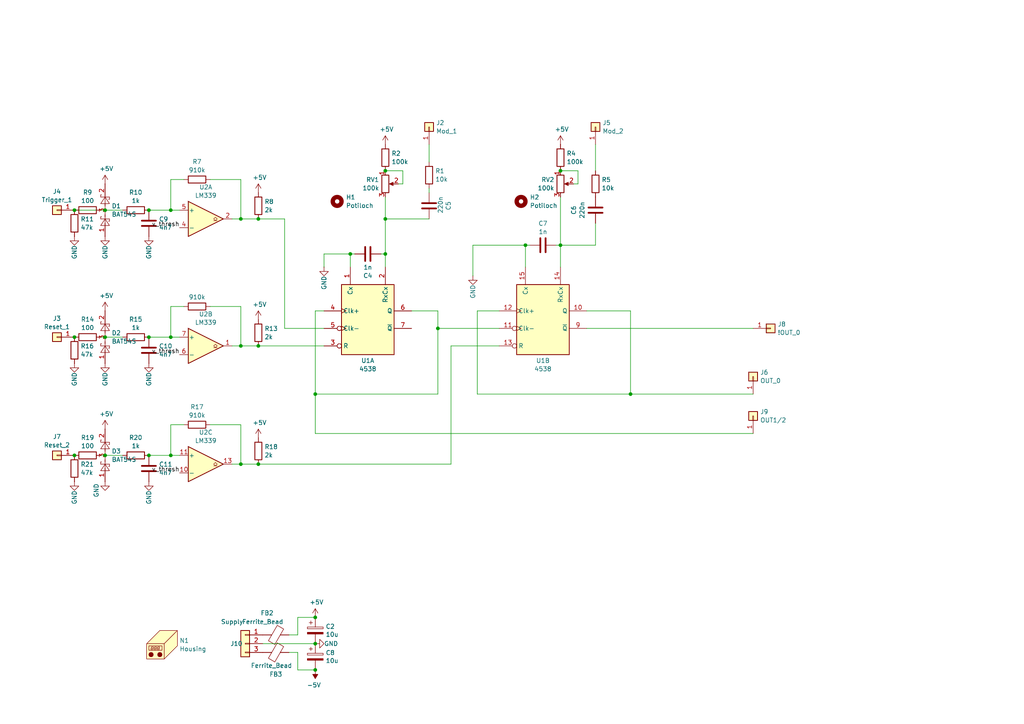
<source format=kicad_sch>
(kicad_sch (version 20231120) (generator "eeschema") (generator_version "8.0")
  (paper "A4")
  (lib_symbols
    (symbol "4xxx:4538"
      (property "Reference" "U" (at 0 11.43 0))
      (property "Value" "4538" (at 0 -11.43 0))
      (symbol "4538_1_0"
        (pin input line (at -5.08 15.24 270) (length 5.08) (name "Cx") (number "1"))
        (pin input line (at 5.08 15.24 270) (length 5.08) (name "RxCx") (number "2"))
        (pin input inverted (at -12.7 -7.62 0) (length 5.08) (name "R") (number "3"))
        (pin input clock (at -12.7 2.54 0) (length 5.08) (name "Clk+") (number "4"))
        (pin input inverted_clock (at -12.7 -2.54 0) (length 5.08) (name "Clk-") (number "5"))
        (pin output line (at 12.7 2.54 180) (length 5.08) (name "Q") (number "6"))
        (pin output line (at 12.7 -2.54 180) (length 5.08) (name "~{Q}") (number "7"))
      )
      (symbol "4538_1_1"
        (rectangle (start -7.62 10.16) (end 7.62 -10.16) (stroke (width 0.254)) (fill (type background)))
      )
      (symbol "4538_2_0"
        (pin output line (at 12.7 2.54 180) (length 5.08) (name "Q") (number "10"))
        (pin input inverted_clock (at -12.7 -2.54 0) (length 5.08) (name "Clk-") (number "11"))
        (pin input clock (at -12.7 2.54 0) (length 5.08) (name "Clk+") (number "12"))
        (pin input inverted (at -12.7 -7.62 0) (length 5.08) (name "R") (number "13"))
        (pin input line (at 5.08 15.24 270) (length 5.08) (name "RxCx") (number "14"))
        (pin input line (at -5.08 15.24 270) (length 5.08) (name "Cx") (number "15"))
        (pin output line (at 12.7 -2.54 180) (length 5.08) (name "~{Q}") (number "9"))
      )
      (symbol "4538_2_1"
        (rectangle (start -7.62 10.16) (end 7.62 -10.16) (stroke (width 0.254)) (fill (type background)))
      )
      (symbol "4538_3_0"
        (pin power_in line (at 0 15.24 270) (length 5.08) (name "VDD") (number "16"))
        (pin power_in line (at 0 -15.24 90) (length 5.08) (name "VSS") (number "8"))
      )
      (symbol "4538_3_1"
        (rectangle (start -7.62 10.16) (end 7.62 -10.16) (stroke (width 0.254)) (fill (type background)))
      )
    )
    (symbol "Comparator:LM339" (pin_names (offset 0.127))
      (property "Reference" "U" (at 0 5.08 0))
      (property "Value" "LM339" (at 0 -5.08 0))
      (symbol "LM339_1_1"
        (polyline (pts (xy -5.08 5.08) (xy 5.08 0) (xy -5.08 -5.08) (xy -5.08 5.08)) (stroke (width 0.254)) (fill (type background)))
        (polyline (pts (xy 3.302 -0.508) (xy 2.794 -0.508) (xy 3.302 0) (xy 2.794 0.508) (xy 2.286 0) (xy 2.794 -0.508) (xy 2.286 -0.508)) (stroke (width 0.127)))
        (pin open_collector line (at 7.62 0 180) (length 2.54) (name "~") (number "2"))
        (pin input line (at -7.62 -2.54 0) (length 2.54) (name "-") (number "4"))
        (pin input line (at -7.62 2.54 0) (length 2.54) (name "+") (number "5"))
      )
      (symbol "LM339_2_1"
        (polyline (pts (xy -5.08 5.08) (xy 5.08 0) (xy -5.08 -5.08) (xy -5.08 5.08)) (stroke (width 0.254)) (fill (type background)))
        (polyline (pts (xy 3.302 -0.508) (xy 2.794 -0.508) (xy 3.302 0) (xy 2.794 0.508) (xy 2.286 0) (xy 2.794 -0.508) (xy 2.286 -0.508)) (stroke (width 0.127)))
        (pin open_collector line (at 7.62 0 180) (length 2.54) (name "~") (number "1"))
        (pin input line (at -7.62 -2.54 0) (length 2.54) (name "-") (number "6"))
        (pin input line (at -7.62 2.54 0) (length 2.54) (name "+") (number "7"))
      )
      (symbol "LM339_3_1"
        (polyline (pts (xy -5.08 5.08) (xy 5.08 0) (xy -5.08 -5.08) (xy -5.08 5.08)) (stroke (width 0.254)) (fill (type background)))
        (polyline (pts (xy 3.302 -0.508) (xy 2.794 -0.508) (xy 3.302 0) (xy 2.794 0.508) (xy 2.286 0) (xy 2.794 -0.508) (xy 2.286 -0.508)) (stroke (width 0.127)))
        (pin input line (at -7.62 -2.54 0) (length 2.54) (name "-") (number "10"))
        (pin input line (at -7.62 2.54 0) (length 2.54) (name "+") (number "11"))
        (pin open_collector line (at 7.62 0 180) (length 2.54) (name "~") (number "13"))
      )
      (symbol "LM339_4_1"
        (polyline (pts (xy -5.08 5.08) (xy 5.08 0) (xy -5.08 -5.08) (xy -5.08 5.08)) (stroke (width 0.254)) (fill (type background)))
        (polyline (pts (xy 3.302 -0.508) (xy 2.794 -0.508) (xy 3.302 0) (xy 2.794 0.508) (xy 2.286 0) (xy 2.794 -0.508) (xy 2.286 -0.508)) (stroke (width 0.127)))
        (pin open_collector line (at 7.62 0 180) (length 2.54) (name "~") (number "14"))
        (pin input line (at -7.62 -2.54 0) (length 2.54) (name "-") (number "8"))
        (pin input line (at -7.62 2.54 0) (length 2.54) (name "+") (number "9"))
      )
      (symbol "LM339_5_1"
        (pin power_in line (at -2.54 -7.62 90) (length 3.81) (name "V-") (number "12"))
        (pin power_in line (at -2.54 7.62 270) (length 3.81) (name "V+") (number "3"))
      )
    )
    (symbol "Connector:Conn_01x01_Pin" (pin_names (offset 1.016) hide)
      (property "Reference" "J" (at 0 2.54 0))
      (property "Value" "Conn_01x01_Pin" (at 0 -2.54 0))
      (symbol "Conn_01x01_Pin_1_1"
        (polyline (pts (xy 1.27 0) (xy 0.8636 0)) (stroke (width 0.1524)))
        (rectangle (start 0.8636 0.127) (end 0 -0.127) (stroke (width 0.1524)) (fill (type outline)))
        (pin passive line (at 5.08 0 180) (length 3.81) (name "Pin_1") (number "1"))
      )
    )
    (symbol "Connector_Generic:Conn_01x03" (pin_names (offset 1.016) hide)
      (property "Reference" "J" (at 0 5.08 0))
      (property "Value" "Conn_01x03" (at 0 -5.08 0))
      (symbol "Conn_01x03_1_1"
        (rectangle (start -1.27 -2.413) (end 0 -2.667) (stroke (width 0.1524)))
        (rectangle (start -1.27 0.127) (end 0 -0.127) (stroke (width 0.1524)))
        (rectangle (start -1.27 2.667) (end 0 2.413) (stroke (width 0.1524)))
        (rectangle (start -1.27 3.81) (end 1.27 -3.81) (stroke (width 0.254)) (fill (type background)))
        (pin passive line (at -5.08 2.54 0) (length 3.81) (name "Pin_1") (number "1"))
        (pin passive line (at -5.08 0 0) (length 3.81) (name "Pin_2") (number "2"))
        (pin passive line (at -5.08 -2.54 0) (length 3.81) (name "Pin_3") (number "3"))
      )
    )
    (symbol "Device:C" (pin_numbers hide) (pin_names (offset 0.254))
      (property "Reference" "C" (at 0.635 2.54 0))
      (property "Value" "C" (at 0.635 -2.54 0))
      (symbol "C_0_1"
        (polyline (pts (xy -2.032 -0.762) (xy 2.032 -0.762)) (stroke (width 0.508)))
        (polyline (pts (xy -2.032 0.762) (xy 2.032 0.762)) (stroke (width 0.508)))
      )
      (symbol "C_1_1"
        (pin passive line (at 0 3.81 270) (length 2.794) (name "~") (number "1"))
        (pin passive line (at 0 -3.81 90) (length 2.794) (name "~") (number "2"))
      )
    )
    (symbol "Device:CP" (pin_numbers hide) (pin_names (offset 0.254))
      (property "Reference" "C" (at 0.635 2.54 0))
      (property "Value" "Device_CP" (at 0.635 -2.54 0))
      (symbol "CP_0_1"
        (rectangle (start -2.286 0.508) (end 2.286 1.016))
        (polyline (pts (xy -1.778 2.286) (xy -0.762 2.286)))
        (polyline (pts (xy -1.27 2.794) (xy -1.27 1.778)))
        (rectangle (start 2.286 -0.508) (end -2.286 -1.016) (fill (type outline)))
      )
      (symbol "CP_1_1"
        (pin passive line (at 0 3.81 270) (length 2.794) (name "~") (number "1"))
        (pin passive line (at 0 -3.81 90) (length 2.794) (name "~") (number "2"))
      )
    )
    (symbol "Device:Ferrite_Bead" (pin_numbers hide) (pin_names (offset 0))
      (property "Reference" "FB" (at -3.81 0.635 90))
      (property "Value" "Device_Ferrite_Bead" (at 3.81 0 90))
      (symbol "Ferrite_Bead_0_1"
        (polyline (pts (xy 0 -1.27) (xy 0 -1.2192)))
        (polyline (pts (xy 0 1.27) (xy 0 1.2954)))
        (polyline (pts (xy -2.7686 0.4064) (xy -1.7018 2.2606) (xy 2.7686 -0.3048) (xy 1.6764 -2.159) (xy -2.7686 0.4064)))
      )
      (symbol "Ferrite_Bead_1_1"
        (pin passive line (at 0 3.81 270) (length 2.54) (name "~") (number "1"))
        (pin passive line (at 0 -3.81 90) (length 2.54) (name "~") (number "2"))
      )
    )
    (symbol "Device:R" (pin_numbers hide) (pin_names (offset 0))
      (property "Reference" "R" (at 2.032 0 90))
      (property "Value" "R" (at 0 0 90))
      (symbol "R_0_1"
        (rectangle (start -1.016 -2.54) (end 1.016 2.54) (stroke (width 0.254)))
      )
      (symbol "R_1_1"
        (pin passive line (at 0 3.81 270) (length 1.27) (name "~") (number "1"))
        (pin passive line (at 0 -3.81 90) (length 1.27) (name "~") (number "2"))
      )
    )
    (symbol "Device:R_Potentiometer" (pin_names (offset 1.016) hide)
      (property "Reference" "RV" (at -4.445 0 90))
      (property "Value" "R_Potentiometer" (at -2.54 0 90))
      (symbol "R_Potentiometer_0_1"
        (polyline (pts (xy 2.54 0) (xy 1.524 0)))
        (polyline (pts (xy 1.143 0) (xy 2.286 0.508) (xy 2.286 -0.508) (xy 1.143 0)) (fill (type outline)))
        (rectangle (start 1.016 2.54) (end -1.016 -2.54) (stroke (width 0.254)))
      )
      (symbol "R_Potentiometer_1_1"
        (pin passive line (at 0 3.81 270) (length 1.27) (name "1") (number "1"))
        (pin passive line (at 3.81 0 180) (length 1.27) (name "2") (number "2"))
        (pin passive line (at 0 -3.81 90) (length 1.27) (name "3") (number "3"))
      )
    )
    (symbol "Mechanical:Housing" (pin_names (offset 1.016)) (exclude_from_sim yes)
      (property "Reference" "N" (at 3.81 0 0))
      (property "Value" "Housing" (at 3.81 -1.905 0))
      (symbol "Housing_0_1"
        (rectangle (start -5.08 -0.635) (end -1.27 -1.905))
        (circle (center -4.445 -3.175) (radius 0.635) (fill (type outline)))
        (circle (center -1.905 -3.175) (radius 0.635) (fill (type outline)))
        (polyline (pts (xy -4.5212 -1.5748) (xy -4.4704 -1.3716)))
        (polyline (pts (xy -4.4196 -1.6764) (xy -4.064 -1.6764)))
        (polyline (pts (xy -4.4196 -1.2192) (xy -4.3688 -0.9652)))
        (polyline (pts (xy -4.318 -1.3208) (xy -4.0132 -1.3208)))
        (polyline (pts (xy -4.2164 -0.9144) (xy -3.9116 -0.9144)))
        (polyline (pts (xy -3.9116 -1.6256) (xy -3.8608 -1.3716)))
        (polyline (pts (xy -3.81 -1.2192) (xy -3.7592 -0.9652)))
        (polyline (pts (xy -3.6068 -1.5748) (xy -3.556 -1.3716)))
        (polyline (pts (xy -3.5052 -1.6764) (xy -3.1496 -1.6764)))
        (polyline (pts (xy -3.5052 -1.2192) (xy -3.4544 -0.9652)))
        (polyline (pts (xy -3.4036 -1.3208) (xy -3.0988 -1.3208)))
        (polyline (pts (xy -3.302 -0.9144) (xy -2.9972 -0.9144)))
        (polyline (pts (xy -2.9972 -1.6256) (xy -2.9464 -1.3716)))
        (polyline (pts (xy -2.8956 -1.2192) (xy -2.8448 -0.9652)))
        (polyline (pts (xy -2.6924 -1.5748) (xy -2.6416 -1.3716)))
        (polyline (pts (xy -2.5908 -1.6764) (xy -2.2352 -1.6764)))
        (polyline (pts (xy -2.5908 -1.2192) (xy -2.54 -0.9652)))
        (polyline (pts (xy -2.4892 -1.3208) (xy -2.1844 -1.3208)))
        (polyline (pts (xy -2.3876 -0.9144) (xy -2.0828 -0.9144)))
        (polyline (pts (xy -2.0828 -1.6256) (xy -2.032 -1.3716)))
        (polyline (pts (xy -1.9812 -1.2192) (xy -1.9304 -0.9652)))
        (polyline (pts (xy -0.635 0) (xy -0.635 -4.445)))
        (polyline (pts (xy -5.715 0) (xy -0.635 0) (xy 3.175 3.81)))
        (polyline (pts (xy -5.715 0) (xy -5.715 -4.445) (xy -0.635 -4.445) (xy 3.175 -0.635) (xy 3.175 3.81) (xy -1.905 3.81) (xy -5.715 0)) (fill (type background)))
      )
    )
    (symbol "Mechanical:MountingHole" (pin_names (offset 1.016)) (exclude_from_sim yes) (in_bom no)
      (property "Reference" "H" (at 0 5.08 0))
      (property "Value" "MountingHole" (at 0 3.175 0))
      (symbol "MountingHole_0_1"
        (circle (center 0 0) (radius 1.27) (stroke (width 1.27)))
      )
    )
    (symbol "power:+5V" (power) (pin_numbers hide) (pin_names (offset 0) hide)
      (property "Value" "+5V" (at 0 3.556 0))
      (symbol "+5V_0_1"
        (polyline (pts (xy -0.762 1.27) (xy 0 2.54)))
        (polyline (pts (xy 0 0) (xy 0 2.54)))
        (polyline (pts (xy 0 2.54) (xy 0.762 1.27)))
      )
      (symbol "+5V_1_1"
        (pin power_in line (at 0 0 90) (length 0) (name "~") (number "1"))
      )
    )
    (symbol "power:-5V" (power) (pin_numbers hide) (pin_names (offset 0) hide)
      (property "Value" "-5V" (at 0 3.556 0))
      (symbol "-5V_0_0"
        (pin power_in line (at 0 0 90) (length 0) (name "~") (number "1"))
      )
      (symbol "-5V_0_1"
        (polyline (pts (xy 0 0) (xy 0 1.27) (xy 0.762 1.27) (xy 0 2.54) (xy -0.762 1.27) (xy 0 1.27)) (fill (type outline)))
      )
    )
    (symbol "power:GND" (power) (pin_numbers hide) (pin_names (offset 0) hide)
      (property "Value" "GND" (at 0 -3.81 0))
      (symbol "GND_0_1"
        (polyline (pts (xy 0 0) (xy 0 -1.27) (xy 1.27 -1.27) (xy 0 -2.54) (xy -1.27 -1.27) (xy 0 -1.27)))
      )
      (symbol "GND_1_1"
        (pin power_in line (at 0 0 270) (length 0) (name "~") (number "1"))
      )
    )
    (symbol "synkie_symbols:BAT54S" (pin_names (offset 1.016))
      (property "Reference" "D" (at 0.635 -3.81 0))
      (property "Value" "BAT54S" (at -6.35 3.175 0))
      (symbol "BAT54S_0_1"
        (polyline (pts (xy -3.81 0) (xy -1.27 0)))
        (polyline (pts (xy -3.175 -1.27) (xy -3.175 -1.016)))
        (polyline (pts (xy -2.54 -1.27) (xy -3.175 -1.27)))
        (polyline (pts (xy -2.54 -1.27) (xy -2.54 1.27)))
        (polyline (pts (xy -2.54 1.27) (xy -1.905 1.27)))
        (polyline (pts (xy -1.905 0) (xy 1.905 0)))
        (polyline (pts (xy -1.905 1.27) (xy -1.905 1.016)))
        (polyline (pts (xy 1.27 0) (xy 3.81 0)))
        (polyline (pts (xy 3.175 -1.27) (xy 3.175 -1.016)))
        (polyline (pts (xy 3.81 -1.27) (xy 3.175 -1.27)))
        (polyline (pts (xy 3.81 -1.27) (xy 3.81 1.27)))
        (polyline (pts (xy 3.81 1.27) (xy 4.445 1.27)))
        (polyline (pts (xy 4.445 1.27) (xy 4.445 1.016)))
        (polyline (pts (xy -4.445 1.27) (xy -4.445 -1.27) (xy -2.54 0) (xy -4.445 1.27)))
        (polyline (pts (xy 1.905 1.27) (xy 1.905 -1.27) (xy 3.81 0) (xy 1.905 1.27)))
      )
      (symbol "BAT54S_1_1"
        (pin passive line (at -7.62 0 0) (length 3.81) (name "~") (number "1"))
        (pin passive line (at 7.62 0 180) (length 3.81) (name "~") (number "2"))
        (pin passive line (at 0 0 0) (length 0) (name "~") (number "3"))
      )
    )
    (symbol "synkie_symbols:Conn_01x01" (pin_names (offset 1.016) hide)
      (property "Reference" "J" (at 0 2.54 0))
      (property "Value" "Conn_01x01" (at 0 -2.54 0))
      (symbol "Conn_01x01_1_1"
        (rectangle (start -1.27 0.127) (end 0 -0.127) (stroke (width 0.1524)))
        (rectangle (start -1.27 1.27) (end 1.27 -1.27) (stroke (width 0.254)) (fill (type background)))
        (pin passive line (at -5.08 0 0) (length 3.81) (name "Pin_1") (number "1"))
      )
    )
  )
  (junction (at -53.34 135.89))
  (junction (at 43.18 132.08))
  (junction (at 21.59 97.79))
  (junction (at 43.18 60.96))
  (junction (at 30.48 132.08))
  (junction (at 49.53 132.08))
  (junction (at 91.44 194.31))
  (junction (at 182.88 114.3))
  (junction (at 30.48 60.96))
  (junction (at 127 95.25))
  (junction (at 49.53 97.79))
  (junction (at 69.85 63.5))
  (junction (at 21.59 60.96))
  (junction (at 74.93 100.33))
  (junction (at 91.44 186.69))
  (junction (at -40.64 135.89))
  (junction (at 111.76 49.53))
  (junction (at -13.97 138.43))
  (junction (at 162.56 49.53))
  (junction (at 74.93 134.62))
  (junction (at 91.44 114.3))
  (junction (at 91.44 179.07))
  (junction (at -62.23 135.89))
  (junction (at 43.18 97.79))
  (junction (at -102.87 118.11))
  (junction (at 69.85 100.33))
  (junction (at 111.76 73.66))
  (junction (at -34.29 135.89))
  (junction (at 30.48 97.79))
  (junction (at 74.93 63.5))
  (junction (at 69.85 134.62))
  (junction (at 152.4 71.12))
  (junction (at 101.6 73.66))
  (junction (at 111.76 63.5))
  (junction (at 21.59 132.08))
  (junction (at 162.56 71.12))
  (junction (at 49.53 60.96))
  (wire (pts (xy 116.84 49.53) (xy 116.84 53.34)))
  (wire (pts (xy -13.97 127) (xy -13.97 138.43)))
  (wire (pts (xy 152.4 71.12) (xy 152.4 77.47)))
  (wire (pts (xy 93.98 90.17) (xy 91.44 90.17)))
  (wire (pts (xy 53.34 123.19) (xy 49.53 123.19)))
  (wire (pts (xy -13.97 138.43) (xy -8.89 138.43)))
  (wire (pts (xy 49.53 60.96) (xy 52.07 60.96)))
  (wire (pts (xy 86.36 179.07) (xy 91.44 179.07)))
  (wire (pts (xy 60.96 123.19) (xy 69.85 123.19)))
  (wire (pts (xy 167.64 49.53) (xy 167.64 53.34)))
  (wire (pts (xy 124.46 55.88) (xy 124.46 54.61)))
  (wire (pts (xy 162.56 57.15) (xy 162.56 71.12)))
  (wire (pts (xy 182.88 114.3) (xy 182.88 90.17)))
  (wire (pts (xy 21.59 60.96) (xy 27.94 60.96)))
  (wire (pts (xy 53.34 52.07) (xy 49.53 52.07)))
  (wire (pts (xy 93.98 73.66) (xy 101.6 73.66)))
  (wire (pts (xy 29.21 132.08) (xy 30.48 132.08)))
  (wire (pts (xy 76.2 186.69) (xy 91.44 186.69)))
  (wire (pts (xy -102.87 113.03) (xy -102.87 118.11)))
  (wire (pts (xy 153.67 71.12) (xy 152.4 71.12)))
  (wire (pts (xy 69.85 100.33) (xy 74.93 100.33)))
  (wire (pts (xy 83.82 184.15) (xy 86.36 184.15)))
  (wire (pts (xy 130.81 100.33) (xy 130.81 134.62)))
  (wire (pts (xy -16.51 138.43) (xy -13.97 138.43)))
  (wire (pts (xy 74.93 100.33) (xy 93.98 100.33)))
  (wire (pts (xy 60.96 52.07) (xy 69.85 52.07)))
  (wire (pts (xy 60.96 88.9) (xy 69.85 88.9)))
  (wire (pts (xy 69.85 123.19) (xy 69.85 134.62)))
  (wire (pts (xy 43.18 97.79) (xy 49.53 97.79)))
  (wire (pts (xy 29.21 60.96) (xy 30.48 60.96)))
  (wire (pts (xy 86.36 194.31) (xy 91.44 194.31)))
  (wire (pts (xy 162.56 71.12) (xy 172.72 71.12)))
  (wire (pts (xy 86.36 184.15) (xy 86.36 179.07)))
  (wire (pts (xy 130.81 134.62) (xy 74.93 134.62)))
  (wire (pts (xy 49.53 123.19) (xy 49.53 132.08)))
  (wire (pts (xy 86.36 189.23) (xy 86.36 194.31)))
  (wire (pts (xy 127 95.25) (xy 127 90.17)))
  (wire (pts (xy 74.93 63.5) (xy 82.55 63.5)))
  (wire (pts (xy 101.6 73.66) (xy 101.6 77.47)))
  (wire (pts (xy 53.34 88.9) (xy 49.53 88.9)))
  (wire (pts (xy 111.76 57.15) (xy 111.76 63.5)))
  (wire (pts (xy -62.23 143.51) (xy -62.23 146.05)))
  (wire (pts (xy 144.78 90.17) (xy 138.43 90.17)))
  (wire (pts (xy 111.76 63.5) (xy 111.76 73.66)))
  (wire (pts (xy 172.72 64.77) (xy 172.72 71.12)))
  (wire (pts (xy 91.44 114.3) (xy 127 114.3)))
  (wire (pts (xy 91.44 114.3) (xy 91.44 125.73)))
  (wire (pts (xy 69.85 52.07) (xy 69.85 63.5)))
  (wire (pts (xy 93.98 73.66) (xy 93.98 77.47)))
  (wire (pts (xy 124.46 41.91) (xy 124.46 46.99)))
  (wire (pts (xy 69.85 134.62) (xy 74.93 134.62)))
  (wire (pts (xy 82.55 95.25) (xy 93.98 95.25)))
  (wire (pts (xy 111.76 49.53) (xy 116.84 49.53)))
  (wire (pts (xy 49.53 52.07) (xy 49.53 60.96)))
  (wire (pts (xy 137.16 71.12) (xy 152.4 71.12)))
  (wire (pts (xy -34.29 135.89) (xy -31.75 135.89)))
  (wire (pts (xy 144.78 95.25) (xy 127 95.25)))
  (wire (pts (xy 29.21 97.79) (xy 30.48 97.79)))
  (wire (pts (xy 30.48 97.79) (xy 35.56 97.79)))
  (wire (pts (xy 83.82 189.23) (xy 86.36 189.23)))
  (wire (pts (xy 162.56 71.12) (xy 161.29 71.12)))
  (wire (pts (xy 127 95.25) (xy 127 114.3)))
  (wire (pts (xy 69.85 63.5) (xy 74.93 63.5)))
  (wire (pts (xy 69.85 88.9) (xy 69.85 100.33)))
  (wire (pts (xy 30.48 60.96) (xy 35.56 60.96)))
  (wire (pts (xy 138.43 90.17) (xy 138.43 114.3)))
  (wire (pts (xy 116.84 53.34) (xy 115.57 53.34)))
  (wire (pts (xy 137.16 80.01) (xy 137.16 71.12)))
  (wire (pts (xy 170.18 95.25) (xy 218.44 95.25)))
  (wire (pts (xy 170.18 90.17) (xy 182.88 90.17)))
  (wire (pts (xy -54.61 135.89) (xy -53.34 135.89)))
  (wire (pts (xy 144.78 100.33) (xy 130.81 100.33)))
  (wire (pts (xy 119.38 90.17) (xy 127 90.17)))
  (wire (pts (xy 43.18 132.08) (xy 49.53 132.08)))
  (wire (pts (xy -30.48 127) (xy -34.29 127)))
  (wire (pts (xy 172.72 41.91) (xy 172.72 49.53)))
  (wire (pts (xy 30.48 132.08) (xy 35.56 132.08)))
  (wire (pts (xy -22.86 127) (xy -13.97 127)))
  (wire (pts (xy 91.44 90.17) (xy 91.44 114.3)))
  (wire (pts (xy 182.88 114.3) (xy 218.44 114.3)))
  (wire (pts (xy 138.43 114.3) (xy 182.88 114.3)))
  (wire (pts (xy 43.18 60.96) (xy 49.53 60.96)))
  (wire (pts (xy 49.53 97.79) (xy 52.07 97.79)))
  (wire (pts (xy 67.31 100.33) (xy 69.85 100.33)))
  (wire (pts (xy -53.34 135.89) (xy -48.26 135.89)))
  (wire (pts (xy 49.53 132.08) (xy 52.07 132.08)))
  (wire (pts (xy 82.55 63.5) (xy 82.55 95.25)))
  (wire (pts (xy 111.76 73.66) (xy 111.76 77.47)))
  (wire (pts (xy -34.29 127) (xy -34.29 135.89)))
  (wire (pts (xy -40.64 135.89) (xy -34.29 135.89)))
  (wire (pts (xy 111.76 63.5) (xy 124.46 63.5)))
  (wire (pts (xy 162.56 49.53) (xy 167.64 49.53)))
  (wire (pts (xy 67.31 63.5) (xy 69.85 63.5)))
  (wire (pts (xy 91.44 125.73) (xy 218.44 125.73)))
  (wire (pts (xy 49.53 88.9) (xy 49.53 97.79)))
  (wire (pts (xy 162.56 71.12) (xy 162.56 77.47)))
  (wire (pts (xy 167.64 53.34) (xy 166.37 53.34)))
  (wire (pts (xy 101.6 73.66) (xy 102.87 73.66)))
  (wire (pts (xy 67.31 134.62) (xy 69.85 134.62)))
  (wire (pts (xy 110.49 73.66) (xy 111.76 73.66)))
  (label "v_thresh" (at -31.75 140.97 180))
  (label "v_thresh" (at 52.07 66.04 180))
  (label "v_thresh" (at -48.26 189.23 0))
  (label "v_thresh" (at 52.07 137.16 180))
  (label "v_thresh" (at 52.07 102.87 180))
  (label "v_thresh" (at -50.8 168.91 0))
  (symbol (lib_id "Device:R") (at 39.37 132.08 90) (unit 1)
    (property "Reference" "R20" (at 39.37 126.9195 90))
    (property "Value" "1k" (at 39.37 129.3438 90))
    (property "Footprint" "synkie_footprints:R_0805_2012Metric_Pad1.15x1.40mm_HandSolder" (effects (hide yes)))
    (property "Description" "Resistor" (effects (hide yes)))
  )
  (symbol (lib_id "Device:R") (at 21.59 135.89 0) (unit 1)
    (property "Reference" "R21" (at 23.368 134.6778 0) (effects (justify left)))
    (property "Value" "47k" (at 23.368 137.1021 0) (effects (justify left)))
    (property "Footprint" "synkie_footprints:R_0805_2012Metric_Pad1.15x1.40mm_HandSolder" (effects (hide yes)))
    (property "Description" "Resistor" (effects (hide yes)))
  )
  (symbol (lib_id "synkie_symbols:Conn_01x01") (at 16.51 97.79 180) (unit 1)
    (property "Reference" "J3" (at 16.51 92.3755 0))
    (property "Value" "Reset_1" (at 16.51 94.7998 0))
    (property "Footprint" "synkie_footprints:Solderpad-SYNKIEPAD-2mm" (effects (hide yes)))
    (property "Description" "Generic connector, single row, 01x01, script generated (kicad-library-utils/schlib/autogen/connector/)" (effects (hide yes)))
  )
  (symbol (lib_id "4xxx:4538") (at -102.87 133.35 0) (unit 3)
    (property "Reference" "U1" (at -94.488 132.1378 0) (effects (justify left)))
    (property "Value" "4538" (at -94.488 134.5621 0) (effects (justify left)))
    (property "Footprint" "synkie_footprints:SOIC-16_3.9x9.9mm_P1.27mm" (effects (hide yes)))
    (property "Datasheet" "https://assets.nexperia.com/documents/data-sheet/HEF4538B.pdf" (effects (hide yes)))
    (property "Description" "Monostable" (effects (hide yes)))
  )
  (symbol (lib_id "power:+5V") (at -52.07 177.8 0) (unit 1)
    (property "Reference" "#PWR038" (effects (hide yes)))
    (property "Value" "+5V" (at -51.689 173.4058 0))
  )
  (symbol (lib_id "synkie_symbols:BAT54S") (at 30.48 97.79 90) (unit 1)
    (property "Reference" "D2" (at 32.385 96.5778 90) (effects (justify right)))
    (property "Value" "BAT54S" (at 32.385 99.0021 90) (effects (justify right)))
    (property "Footprint" "Package_TO_SOT_SMD:SOT-23" (effects (hide yes)))
    (property "Datasheet" "https://www.diodes.com/assets/Datasheets/ds11005.pdf" (effects (hide yes)))
    (property "Description" "schottky barrier diode" (effects (hide yes)))
  )
  (symbol (lib_id "Comparator:LM339") (at 59.69 134.62 0) (unit 3)
    (property "Reference" "U2" (at 59.69 125.3955 0))
    (property "Value" "LM339" (at 59.69 127.8198 0))
    (property "Footprint" "synkie_footprints:SOIC-14_3.9x8.7mm_P1.27mm" (effects (hide yes)))
    (property "Datasheet" "https://www.st.com/resource/en/datasheet/lm139.pdf" (effects (hide yes)))
    (property "Description" "Quad Differential Comparators, SOIC-14/TSSOP-14" (effects (hide yes)))
  )
  (symbol (lib_id "power:GND") (at 30.48 68.58 0) (unit 1)
    (property "Reference" "#PWR018" (effects (hide yes)))
    (property "Value" "GND" (at 30.48 71.12 90) (effects (justify right)))
  )
  (symbol (lib_id "Device:R") (at 21.59 101.6 0) (unit 1)
    (property "Reference" "R16" (at 23.368 100.3878 0) (effects (justify left)))
    (property "Value" "47k" (at 23.368 102.8121 0) (effects (justify left)))
    (property "Footprint" "synkie_footprints:R_0805_2012Metric_Pad1.15x1.40mm_HandSolder" (effects (hide yes)))
    (property "Description" "Resistor" (effects (hide yes)))
  )
  (symbol (lib_id "power:+5V") (at 111.76 41.91 0) (unit 1)
    (property "Reference" "#PWR09" (effects (hide yes)))
    (property "Value" "+5V" (at 112.141 37.5158 0))
  )
  (symbol (lib_id "synkie_symbols:Conn_01x01") (at 16.51 60.96 180) (unit 1)
    (property "Reference" "J4" (at 16.51 55.5455 0))
    (property "Value" "Trigger_1" (at 16.51 57.9698 0))
    (property "Footprint" "synkie_footprints:Solderpad-SYNKIEPAD-2mm" (effects (hide yes)))
    (property "Description" "Generic connector, single row, 01x01, script generated (kicad-library-utils/schlib/autogen/connector/)" (effects (hide yes)))
  )
  (symbol (lib_id "Device:CP") (at 91.44 190.5 0) (unit 1)
    (property "Reference" "C8" (at 94.4372 189.3316 0) (effects (justify left)))
    (property "Value" "10u" (at 94.4372 191.643 0) (effects (justify left)))
    (property "Footprint" "Capacitor_Tantalum_SMD:CP_EIA-3528-21_Kemet-B" (effects (hide yes)))
  )
  (symbol (lib_id "Device:R_Potentiometer") (at -52.07 189.23 0) (unit 1)
    (property "Reference" "RV3" (at -53.8479 188.0178 0) (effects (justify right)))
    (property "Value" "500" (at -53.8479 190.4421 0) (effects (justify right)))
    (property "Footprint" "Potentiometer_SMD:Potentiometer_Bourns_3224X_Vertical" (effects (hide yes)))
    (property "Description" "Potentiometer" (effects (hide yes)))
  )
  (symbol (lib_id "power:GND") (at -102.87 148.59 0) (unit 1)
    (property "Reference" "#PWR04" (effects (hide yes)))
    (property "Value" "GND" (at -102.87 151.13 90) (effects (justify right)))
  )
  (symbol (lib_id "power:+5V") (at 74.93 127 0) (unit 1)
    (property "Reference" "#PWR021" (effects (hide yes)))
    (property "Value" "+5V" (at 75.311 122.6058 0))
  )
  (symbol (lib_id "Device:CP") (at 91.44 182.88 0) (unit 1)
    (property "Reference" "C2" (at 94.4372 181.7116 0) (effects (justify left)))
    (property "Value" "10u" (at 94.4372 184.023 0) (effects (justify left)))
    (property "Footprint" "Capacitor_Tantalum_SMD:CP_EIA-3528-21_Kemet-B" (effects (hide yes)))
  )
  (symbol (lib_id "power:+5V") (at 30.48 53.34 0) (unit 1)
    (property "Reference" "#PWR015" (effects (hide yes)))
    (property "Value" "+5V" (at 30.861 48.9458 0))
  )
  (symbol (lib_id "Device:R") (at 162.56 45.72 0) (unit 1)
    (property "Reference" "R4" (at 164.338 44.5078 0) (effects (justify left)))
    (property "Value" "100k" (at 164.338 46.9321 0) (effects (justify left)))
    (property "Footprint" "synkie_footprints:R_0805_2012Metric_Pad1.15x1.40mm_HandSolder" (effects (hide yes)))
    (property "Description" "Resistor" (effects (hide yes)))
  )
  (symbol (lib_id "power:GND") (at -27.94 173.99 0) (unit 1)
    (property "Reference" "#PWR036" (effects (hide yes)))
    (property "Value" "GND" (at -27.94 176.53 90) (effects (justify right)))
  )
  (symbol (lib_id "Device:R") (at -62.23 139.7 0) (unit 1)
    (property "Reference" "R26" (at -60.452 138.4878 0) (effects (justify left)))
    (property "Value" "47k" (at -60.452 140.9121 0) (effects (justify left)))
    (property "Footprint" "synkie_footprints:R_0805_2012Metric_Pad1.15x1.40mm_HandSolder" (effects (hide yes)))
    (property "Description" "Resistor" (effects (hide yes)))
  )
  (symbol (lib_id "Comparator:LM339") (at 59.69 63.5 0) (unit 1)
    (property "Reference" "U2" (at 59.69 54.2755 0))
    (property "Value" "LM339" (at 59.69 56.6998 0))
    (property "Footprint" "synkie_footprints:SOIC-14_3.9x8.7mm_P1.27mm" (effects (hide yes)))
    (property "Datasheet" "https://www.st.com/resource/en/datasheet/lm139.pdf" (effects (hide yes)))
    (property "Description" "Quad Differential Comparators, SOIC-14/TSSOP-14" (effects (hide yes)))
  )
  (symbol (lib_id "Device:R") (at 21.59 64.77 0) (unit 1)
    (property "Reference" "R11" (at 23.368 63.5578 0) (effects (justify left)))
    (property "Value" "47k" (at 23.368 65.9821 0) (effects (justify left)))
    (property "Footprint" "synkie_footprints:R_0805_2012Metric_Pad1.15x1.40mm_HandSolder" (effects (hide yes)))
    (property "Description" "Resistor" (effects (hide yes)))
  )
  (symbol (lib_id "Connector:Conn_01x01_Pin") (at -55.88 168.91 0) (unit 1)
    (property "Reference" "J15" (at -55.245 164.6893 0))
    (property "Value" "testpoint" (at -55.245 167.1136 0))
    (property "Footprint" "TestPoint:TestPoint_Pad_D2.0mm" (effects (hide yes)))
    (property "Description" "Generic connector, single row, 01x01, script generated" (effects (hide yes)))
  )
  (symbol (lib_id "Device:R") (at 111.76 45.72 0) (unit 1)
    (property "Reference" "R2" (at 113.538 44.5078 0) (effects (justify left)))
    (property "Value" "100k" (at 113.538 46.9321 0) (effects (justify left)))
    (property "Footprint" "synkie_footprints:R_0805_2012Metric_Pad1.15x1.40mm_HandSolder" (effects (hide yes)))
    (property "Description" "Resistor" (effects (hide yes)))
  )
  (symbol (lib_id "power:+5V") (at -102.87 113.03 0) (unit 1)
    (property "Reference" "#PWR06" (effects (hide yes)))
    (property "Value" "+5V" (at -102.489 108.6358 0))
  )
  (symbol (lib_id "Comparator:LM339") (at -25.4 166.37 0) (unit 5)
    (property "Reference" "U2" (at -27.305 165.1578 0) (effects (justify left)))
    (property "Value" "LM339" (at -27.305 167.5821 0) (effects (justify left)))
    (property "Footprint" "synkie_footprints:SOIC-14_3.9x8.7mm_P1.27mm" (effects (hide yes)))
    (property "Datasheet" "https://www.st.com/resource/en/datasheet/lm139.pdf" (effects (hide yes)))
    (property "Description" "Quad Differential Comparators, SOIC-14/TSSOP-14" (effects (hide yes)))
  )
  (symbol (lib_id "power:GND") (at 43.18 139.7 0) (unit 1)
    (property "Reference" "#PWR029" (effects (hide yes)))
    (property "Value" "GND" (at 43.18 142.24 90) (effects (justify right)))
  )
  (symbol (lib_id "power:GND") (at -40.64 143.51 0) (unit 1)
    (property "Reference" "#PWR033" (effects (hide yes)))
    (property "Value" "GND" (at -40.64 146.05 90) (effects (justify right)))
  )
  (symbol (lib_id "power:GND") (at 93.98 77.47 0) (unit 1)
    (property "Reference" "#PWR07" (effects (hide yes)))
    (property "Value" "GND" (at 93.98 80.01 90) (effects (justify right)))
  )
  (symbol (lib_id "Device:R") (at 57.15 123.19 90) (unit 1)
    (property "Reference" "R17" (at 57.15 118.0295 90))
    (property "Value" "910k" (at 57.15 120.4538 90))
    (property "Footprint" "synkie_footprints:R_0805_2012Metric_Pad1.15x1.40mm_HandSolder" (effects (hide yes)))
    (property "Description" "Resistor" (effects (hide yes)))
  )
  (symbol (lib_id "Device:C") (at 43.18 135.89 0) (unit 1)
    (property "Reference" "C11" (at 46.101 134.6778 0) (effects (justify left)))
    (property "Value" "4n7" (at 46.101 137.1021 0) (effects (justify left)))
    (property "Footprint" "synkie_footprints:C_0805_2012Metric_Pad1.15x1.40mm_HandSolder" (effects (hide yes)))
    (property "Description" "Unpolarized capacitor" (effects (hide yes)))
  )
  (symbol (lib_id "power:GND") (at -110.49 118.11 270) (unit 1)
    (property "Reference" "#PWR05" (effects (hide yes)))
    (property "Value" "GND" (at -113.03 118.11 90) (effects (justify right)))
  )
  (symbol (lib_id "Device:R") (at -26.67 127 90) (unit 1)
    (property "Reference" "R22" (at -26.924 121.666 90))
    (property "Value" "910k" (at -26.67 124.2638 90))
    (property "Footprint" "synkie_footprints:R_0805_2012Metric_Pad1.15x1.40mm_HandSolder" (effects (hide yes)))
    (property "Description" "Resistor" (effects (hide yes)))
  )
  (symbol (lib_id "power:GND") (at 43.18 105.41 0) (unit 1)
    (property "Reference" "#PWR024" (effects (hide yes)))
    (property "Value" "GND" (at 43.18 107.95 90) (effects (justify right)))
  )
  (symbol (lib_id "synkie_symbols:Conn_01x01") (at 124.46 36.83 90) (unit 1)
    (property "Reference" "J2" (at 126.492 35.6178 90) (effects (justify right)))
    (property "Value" "Mod_1" (at 126.492 38.0421 90) (effects (justify right)))
    (property "Footprint" "synkie_footprints:Solderpad-SYNKIEPAD-2mm" (effects (hide yes)))
    (property "Description" "Generic connector, single row, 01x01, script generated (kicad-library-utils/schlib/autogen/connector/)" (effects (hide yes)))
  )
  (symbol (lib_id "power:+5V") (at 74.93 55.88 0) (unit 1)
    (property "Reference" "#PWR041" (effects (hide yes)))
    (property "Value" "+5V" (at 75.311 51.4858 0))
  )
  (symbol (lib_id "Connector:Conn_01x01_Pin") (at -67.31 135.89 0) (unit 1)
    (property "Reference" "J14" (at -66.675 131.6693 0))
    (property "Value" "in" (at -66.675 134.0936 0))
    (property "Footprint" "synkie_footprints:Solderpad-SYNKIEPAD-2mm" (effects (hide yes)))
    (property "Description" "Generic connector, single row, 01x01, script generated" (effects (hide yes)))
  )
  (symbol (lib_id "Device:C") (at -106.68 118.11 270) (mirror x) (unit 1)
    (property "Reference" "C3" (at -106.68 111.8065 90))
    (property "Value" "100n" (at -106.68 114.2308 90))
    (property "Footprint" "synkie_footprints:R_0603_1608Metric_Pad1.05x0.95mm_HandSolder" (effects (hide yes)))
    (property "Description" "Unpolarized capacitor" (effects (hide yes)))
  )
  (symbol (lib_id "synkie_symbols:Conn_01x01") (at 172.72 36.83 90) (unit 1)
    (property "Reference" "J5" (at 174.752 35.6178 90) (effects (justify right)))
    (property "Value" "Mod_2" (at 174.752 38.0421 90) (effects (justify right)))
    (property "Footprint" "synkie_footprints:Solderpad-SYNKIEPAD-2mm" (effects (hide yes)))
    (property "Description" "Generic connector, single row, 01x01, script generated (kicad-library-utils/schlib/autogen/connector/)" (effects (hide yes)))
  )
  (symbol (lib_id "power:GND") (at 21.59 139.7 0) (unit 1)
    (property "Reference" "#PWR027" (effects (hide yes)))
    (property "Value" "GND" (at 21.59 142.24 90) (effects (justify right)))
  )
  (symbol (lib_id "synkie_symbols:Conn_01x01") (at 223.52 95.25 0) (unit 1)
    (property "Reference" "J8" (at 225.552 94.0378 0) (effects (justify left)))
    (property "Value" "!OUT_0" (at 225.552 96.4621 0) (effects (justify left)))
    (property "Footprint" "synkie_footprints:Solderpad-SYNKIEPAD-2mm" (effects (hide yes)))
    (property "Description" "Generic connector, single row, 01x01, script generated (kicad-library-utils/schlib/autogen/connector/)" (effects (hide yes)))
  )
  (symbol (lib_id "Device:R") (at 25.4 132.08 90) (unit 1)
    (property "Reference" "R19" (at 25.4 126.9195 90))
    (property "Value" "100" (at 25.4 129.3438 90))
    (property "Footprint" "synkie_footprints:R_0805_2012Metric_Pad1.15x1.40mm_HandSolder" (effects (hide yes)))
    (property "Description" "Resistor" (effects (hide yes)))
  )
  (symbol (lib_id "synkie_symbols:BAT54S") (at 30.48 60.96 90) (unit 1)
    (property "Reference" "D1" (at 32.385 59.7478 90) (effects (justify right)))
    (property "Value" "BAT54S" (at 32.385 62.1721 90) (effects (justify right)))
    (property "Footprint" "Package_TO_SOT_SMD:SOT-23" (effects (hide yes)))
    (property "Datasheet" "https://www.diodes.com/assets/Datasheets/ds11005.pdf" (effects (hide yes)))
    (property "Description" "schottky barrier diode" (effects (hide yes)))
  )
  (symbol (lib_id "synkie_symbols:BAT54S") (at 30.48 132.08 90) (unit 1)
    (property "Reference" "D3" (at 32.385 130.8678 90) (effects (justify right)))
    (property "Value" "BAT54S" (at 32.385 133.2921 90) (effects (justify right)))
    (property "Footprint" "Package_TO_SOT_SMD:SOT-23" (effects (hide yes)))
    (property "Datasheet" "https://www.diodes.com/assets/Datasheets/ds11005.pdf" (effects (hide yes)))
    (property "Description" "schottky barrier diode" (effects (hide yes)))
  )
  (symbol (lib_id "power:GND") (at -62.23 146.05 0) (unit 1)
    (property "Reference" "#PWR034" (effects (hide yes)))
    (property "Value" "GND" (at -62.23 148.59 90) (effects (justify right)))
  )
  (symbol (lib_id "Device:R") (at 74.93 130.81 0) (unit 1)
    (property "Reference" "R18" (at 76.708 129.5978 0) (effects (justify left)))
    (property "Value" "2k" (at 76.708 132.0221 0) (effects (justify left)))
    (property "Footprint" "synkie_footprints:R_0805_2012Metric_Pad1.15x1.40mm_HandSolder" (effects (hide yes)))
    (property "Description" "Resistor" (effects (hide yes)))
  )
  (symbol (lib_id "Device:C") (at 124.46 59.69 0) (mirror y) (unit 1)
    (property "Reference" "C5" (at 130.048 59.69 90))
    (property "Value" "220n" (at 127.762 59.436 90))
    (property "Footprint" "synkie_footprints:R_0805_2012Metric_Pad1.15x1.40mm_HandSolder" (effects (hide yes)))
    (property "Description" "Unpolarized capacitor" (effects (hide yes)))
  )
  (symbol (lib_id "Device:R_Potentiometer") (at 162.56 53.34 0) (unit 1)
    (property "Reference" "RV2" (at 160.782 52.1278 0) (effects (justify right)))
    (property "Value" "100k" (at 160.782 54.5521 0) (effects (justify right)))
    (property "Footprint" "synkie_footprints:Potentiometer_Uwe_100k_padsonly" (effects (hide yes)))
    (property "Description" "Potentiometer" (effects (hide yes)))
  )
  (symbol (lib_id "4xxx:4538") (at 106.68 92.71 0) (unit 1)
    (property "Reference" "U1" (at 106.68 104.5901 0))
    (property "Value" "4538" (at 106.68 107.0144 0))
    (property "Footprint" "synkie_footprints:SOIC-16_3.9x9.9mm_P1.27mm" (effects (hide yes)))
    (property "Datasheet" "https://assets.nexperia.com/documents/data-sheet/HEF4538B.pdf" (effects (hide yes)))
    (property "Description" "Monostable" (effects (hide yes)))
  )
  (symbol (lib_id "power:+5V") (at 30.48 90.17 0) (unit 1)
    (property "Reference" "#PWR020" (effects (hide yes)))
    (property "Value" "+5V" (at 30.861 85.7758 0))
  )
  (symbol (lib_id "Device:C") (at 43.18 64.77 0) (unit 1)
    (property "Reference" "C9" (at 46.101 63.5578 0) (effects (justify left)))
    (property "Value" "4n7" (at 46.101 65.9821 0) (effects (justify left)))
    (property "Footprint" "synkie_footprints:C_0805_2012Metric_Pad1.15x1.40mm_HandSolder" (effects (hide yes)))
    (property "Description" "Unpolarized capacitor" (effects (hide yes)))
  )
  (symbol (lib_id "Device:R") (at -44.45 135.89 90) (unit 1)
    (property "Reference" "R25" (at -44.45 130.7295 90))
    (property "Value" "1k" (at -44.45 133.1538 90))
    (property "Footprint" "synkie_footprints:R_0805_2012Metric_Pad1.15x1.40mm_HandSolder" (effects (hide yes)))
    (property "Description" "Resistor" (effects (hide yes)))
  )
  (symbol (lib_id "Comparator:LM339") (at -24.13 138.43 0) (unit 4)
    (property "Reference" "U2" (at -24.13 129.2055 0))
    (property "Value" "LM339" (at -24.13 131.6298 0))
    (property "Footprint" "synkie_footprints:SOIC-14_3.9x8.7mm_P1.27mm" (effects (hide yes)))
    (property "Datasheet" "https://www.st.com/resource/en/datasheet/lm139.pdf" (effects (hide yes)))
    (property "Description" "Quad Differential Comparators, SOIC-14/TSSOP-14" (effects (hide yes)))
  )
  (symbol (lib_id "Device:R") (at 74.93 59.69 0) (unit 1)
    (property "Reference" "R8" (at 76.708 58.4778 0) (effects (justify left)))
    (property "Value" "2k" (at 76.708 60.9021 0) (effects (justify left)))
    (property "Footprint" "synkie_footprints:R_0805_2012Metric_Pad1.15x1.40mm_HandSolder" (effects (hide yes)))
    (property "Description" "Resistor" (effects (hide yes)))
  )
  (symbol (lib_id "Device:R_Potentiometer") (at 111.76 53.34 0) (unit 1)
    (property "Reference" "RV1" (at 109.982 52.1278 0) (effects (justify right)))
    (property "Value" "100k" (at 109.982 54.5521 0) (effects (justify right)))
    (property "Footprint" "synkie_footprints:Potentiometer_Uwe_100k_padsonly" (effects (hide yes)))
    (property "Description" "Potentiometer" (effects (hide yes)))
  )
  (symbol (lib_id "Device:Ferrite_Bead") (at 80.01 189.23 270) (unit 1)
    (property "Reference" "FB3" (at 80.01 195.58 90))
    (property "Value" "Ferrite_Bead" (at 78.74 193.04 90))
    (property "Footprint" "Inductor_SMD:L_0805_2012Metric_Pad1.05x1.20mm_HandSolder" (effects (hide yes)))
  )
  (symbol (lib_id "power:GND") (at 21.59 68.58 0) (unit 1)
    (property "Reference" "#PWR017" (effects (hide yes)))
    (property "Value" "GND" (at 21.59 71.12 90) (effects (justify right)))
  )
  (symbol (lib_id "4xxx:4538") (at 157.48 92.71 0) (unit 2)
    (property "Reference" "U1" (at 157.48 104.5901 0))
    (property "Value" "4538" (at 157.48 107.0144 0))
    (property "Footprint" "synkie_footprints:SOIC-16_3.9x9.9mm_P1.27mm" (effects (hide yes)))
    (property "Datasheet" "https://assets.nexperia.com/documents/data-sheet/HEF4538B.pdf" (effects (hide yes)))
    (property "Description" "Monostable" (effects (hide yes)))
  )
  (symbol (lib_id "power:+5V") (at -53.34 128.27 0) (unit 1)
    (property "Reference" "#PWR030" (effects (hide yes)))
    (property "Value" "+5V" (at -52.959 123.8758 0))
  )
  (symbol (lib_id "Device:R") (at -52.07 181.61 0) (unit 1)
    (property "Reference" "R27" (at -50.292 180.3978 0) (effects (justify left)))
    (property "Value" "2k" (at -50.292 182.8221 0) (effects (justify left)))
    (property "Footprint" "synkie_footprints:R_0805_2012Metric_Pad1.15x1.40mm_HandSolder" (effects (hide yes)))
    (property "Description" "Resistor" (effects (hide yes)))
  )
  (symbol (lib_id "synkie_symbols:Conn_01x01") (at 218.44 120.65 90) (unit 1)
    (property "Reference" "J9" (at 220.472 119.4378 90) (effects (justify right)))
    (property "Value" "OUT1/2" (at 220.472 121.8621 90) (effects (justify right)))
    (property "Footprint" "synkie_footprints:Solderpad-SYNKIEPAD-2mm" (effects (hide yes)))
    (property "Description" "Generic connector, single row, 01x01, script generated (kicad-library-utils/schlib/autogen/connector/)" (effects (hide yes)))
  )
  (symbol (lib_id "power:GND") (at 30.48 105.41 0) (unit 1)
    (property "Reference" "#PWR023" (effects (hide yes)))
    (property "Value" "GND" (at 30.48 107.95 90) (effects (justify right)))
  )
  (symbol (lib_id "power:GND") (at 137.16 80.01 0) (unit 1)
    (property "Reference" "#PWR012" (effects (hide yes)))
    (property "Value" "GND" (at 137.16 82.55 90) (effects (justify right)))
  )
  (symbol (lib_id "power:+5V") (at -27.94 158.75 0) (unit 1)
    (property "Reference" "#PWR035" (effects (hide yes)))
    (property "Value" "+5V" (at -27.559 154.3558 0))
  )
  (symbol (lib_id "Device:R") (at 57.15 88.9 90) (unit 1)
    (property "Reference" "R12" (effects (hide yes)))
    (property "Value" "910k" (at 57.15 86.1638 90))
    (property "Footprint" "synkie_footprints:R_0805_2012Metric_Pad1.15x1.40mm_HandSolder" (effects (hide yes)))
    (property "Description" "Resistor" (effects (hide yes)))
  )
  (symbol (lib_id "Device:R") (at 74.93 96.52 0) (unit 1)
    (property "Reference" "R13" (at 76.708 95.3078 0) (effects (justify left)))
    (property "Value" "2k" (at 76.708 97.7321 0) (effects (justify left)))
    (property "Footprint" "synkie_footprints:R_0805_2012Metric_Pad1.15x1.40mm_HandSolder" (effects (hide yes)))
    (property "Description" "Resistor" (effects (hide yes)))
  )
  (symbol (lib_id "Device:R") (at -8.89 134.62 0) (unit 1)
    (property "Reference" "R23" (at -7.112 133.4078 0) (effects (justify left)))
    (property "Value" "2k" (at -7.112 135.8321 0) (effects (justify left)))
    (property "Footprint" "synkie_footprints:R_0805_2012Metric_Pad1.15x1.40mm_HandSolder" (effects (hide yes)))
    (property "Description" "Resistor" (effects (hide yes)))
  )
  (symbol (lib_id "Device:R") (at 25.4 97.79 90) (unit 1)
    (property "Reference" "R14" (at 25.4 92.6295 90))
    (property "Value" "100" (at 25.4 95.0538 90))
    (property "Footprint" "synkie_footprints:R_0805_2012Metric_Pad1.15x1.40mm_HandSolder" (effects (hide yes)))
    (property "Description" "Resistor" (effects (hide yes)))
  )
  (symbol (lib_id "power:GND") (at 30.48 139.7 0) (unit 1)
    (property "Reference" "#PWR028" (effects (hide yes)))
    (property "Value" "GND" (at 27.94 140.208 90) (effects (justify right)))
  )
  (symbol (lib_id "power:GND") (at 91.44 186.69 90) (unit 1)
    (property "Reference" "#PWR08" (effects (hide yes)))
    (property "Value" "GND" (at 93.98 186.69 90) (effects (justify right)))
  )
  (symbol (lib_id "Device:R") (at 172.72 53.34 0) (unit 1)
    (property "Reference" "R5" (at 174.498 52.1278 0) (effects (justify left)))
    (property "Value" "10k" (at 174.498 54.5521 0) (effects (justify left)))
    (property "Footprint" "synkie_footprints:R_0805_2012Metric_Pad1.15x1.40mm_HandSolder" (effects (hide yes)))
    (property "Description" "Resistor" (effects (hide yes)))
  )
  (symbol (lib_id "Device:C") (at 106.68 73.66 90) (mirror x) (unit 1)
    (property "Reference" "C4" (at 106.68 79.9635 90))
    (property "Value" "1n" (at 106.68 77.5392 90))
    (property "Footprint" "synkie_footprints:R_0805_2012Metric_Pad1.15x1.40mm_HandSolder" (effects (hide yes)))
    (property "Description" "Unpolarized capacitor" (effects (hide yes)))
  )
  (symbol (lib_id "Mechanical:Housing") (at 48.26 186.69 0) (unit 1) (exclude_from_sim yes)
    (property "Reference" "N1" (at 52.07 185.7953 0) (effects (justify left)))
    (property "Value" "Housing" (at 52.07 188.2196 0) (effects (justify left)))
    (property "Footprint" "synkie_footprints:Frontplate_30mm" (effects (hide yes)))
    (property "Description" "Housing" (effects (hide yes)))
  )
  (symbol (lib_id "power:-5V") (at 91.44 194.31 180) (unit 1)
    (property "Reference" "#PWR013" (effects (hide yes)))
    (property "Value" "-5V" (at 91.059 198.7042 0))
  )
  (symbol (lib_id "synkie_symbols:Conn_01x01") (at 16.51 132.08 180) (unit 1)
    (property "Reference" "J7" (at 16.51 126.6655 0))
    (property "Value" "Reset_2" (at 16.51 129.0898 0))
    (property "Footprint" "synkie_footprints:Solderpad-SYNKIEPAD-2mm" (effects (hide yes)))
    (property "Description" "Generic connector, single row, 01x01, script generated (kicad-library-utils/schlib/autogen/connector/)" (effects (hide yes)))
  )
  (symbol (lib_id "Mechanical:MountingHole") (at 151.13 58.42 0) (unit 1) (exclude_from_sim yes) (in_bom no)
    (property "Reference" "H2" (at 153.67 57.2078 0) (effects (justify left)))
    (property "Value" "Potiloch" (at 153.67 59.6321 0) (effects (justify left)))
    (property "Footprint" "MountingHole:MountingHole_8.4mm_M8" (effects (hide yes)))
    (property "Description" "Mounting Hole without connection" (effects (hide yes)))
  )
  (symbol (lib_id "power:GND") (at 21.59 105.41 0) (unit 1)
    (property "Reference" "#PWR022" (effects (hide yes)))
    (property "Value" "GND" (at 21.59 107.95 90) (effects (justify right)))
  )
  (symbol (lib_id "synkie_symbols:BAT54S") (at -53.34 135.89 90) (unit 1)
    (property "Reference" "D4" (at -51.435 134.6778 90) (effects (justify right)))
    (property "Value" "BAT54S" (at -51.435 137.1021 90) (effects (justify right)))
    (property "Footprint" "Package_TO_SOT_SMD:SOT-23" (effects (hide yes)))
    (property "Datasheet" "https://www.diodes.com/assets/Datasheets/ds11005.pdf" (effects (hide yes)))
    (property "Description" "schottky barrier diode" (effects (hide yes)))
  )
  (symbol (lib_id "power:GND") (at -52.07 193.04 0) (unit 1)
    (property "Reference" "#PWR040" (effects (hide yes)))
    (property "Value" "GND" (at -52.07 195.58 90) (effects (justify right)))
  )
  (symbol (lib_id "power:+5V") (at 162.56 41.91 0) (unit 1)
    (property "Reference" "#PWR011" (effects (hide yes)))
    (property "Value" "+5V" (at 162.941 37.5158 0))
  )
  (symbol (lib_id "Device:C") (at 43.18 101.6 0) (unit 1)
    (property "Reference" "C10" (at 46.101 100.3878 0) (effects (justify left)))
    (property "Value" "4n7" (at 46.101 102.8121 0) (effects (justify left)))
    (property "Footprint" "synkie_footprints:C_0805_2012Metric_Pad1.15x1.40mm_HandSolder" (effects (hide yes)))
    (property "Description" "Unpolarized capacitor" (effects (hide yes)))
  )
  (symbol (lib_id "Device:Ferrite_Bead") (at 80.01 184.15 270) (unit 1)
    (property "Reference" "FB2" (at 77.47 177.8 90))
    (property "Value" "Ferrite_Bead" (at 76.2 180.34 90))
    (property "Footprint" "Inductor_SMD:L_0805_2012Metric_Pad1.05x1.20mm_HandSolder" (effects (hide yes)))
  )
  (symbol (lib_id "power:GND") (at 43.18 68.58 0) (unit 1)
    (property "Reference" "#PWR019" (effects (hide yes)))
    (property "Value" "GND" (at 43.18 71.12 90) (effects (justify right)))
  )
  (symbol (lib_id "Device:C") (at 157.48 71.12 270) (mirror x) (unit 1)
    (property "Reference" "C7" (at 157.48 64.8165 90))
    (property "Value" "1n" (at 157.48 67.2408 90))
    (property "Footprint" "synkie_footprints:R_0805_2012Metric_Pad1.15x1.40mm_HandSolder" (effects (hide yes)))
    (property "Description" "Unpolarized capacitor" (effects (hide yes)))
  )
  (symbol (lib_id "Device:R") (at 124.46 50.8 0) (unit 1)
    (property "Reference" "R1" (at 126.238 49.5878 0) (effects (justify left)))
    (property "Value" "10k" (at 126.238 52.0121 0) (effects (justify left)))
    (property "Footprint" "synkie_footprints:R_0805_2012Metric_Pad1.15x1.40mm_HandSolder" (effects (hide yes)))
    (property "Description" "Resistor" (effects (hide yes)))
  )
  (symbol (lib_id "synkie_symbols:Conn_01x01") (at 218.44 109.22 90) (unit 1)
    (property "Reference" "J6" (at 220.472 108.0078 90) (effects (justify right)))
    (property "Value" "OUT_0" (at 220.472 110.4321 90) (effects (justify right)))
    (property "Footprint" "synkie_footprints:Solderpad-SYNKIEPAD-2mm" (effects (hide yes)))
    (property "Description" "Generic connector, single row, 01x01, script generated (kicad-library-utils/schlib/autogen/connector/)" (effects (hide yes)))
  )
  (symbol (lib_id "Device:R") (at 39.37 97.79 90) (unit 1)
    (property "Reference" "R15" (at 39.37 92.6295 90))
    (property "Value" "1k" (at 39.37 95.0538 90))
    (property "Footprint" "synkie_footprints:R_0805_2012Metric_Pad1.15x1.40mm_HandSolder" (effects (hide yes)))
    (property "Description" "Resistor" (effects (hide yes)))
  )
  (symbol (lib_id "Device:R") (at 57.15 52.07 90) (unit 1)
    (property "Reference" "R7" (at 57.15 46.9095 90))
    (property "Value" "910k" (at 57.15 49.3338 90))
    (property "Footprint" "synkie_footprints:R_0805_2012Metric_Pad1.15x1.40mm_HandSolder" (effects (hide yes)))
    (property "Description" "Resistor" (effects (hide yes)))
  )
  (symbol (lib_id "power:GND") (at -53.34 143.51 0) (unit 1)
    (property "Reference" "#PWR032" (effects (hide yes)))
    (property "Value" "GND" (at -53.34 146.05 90) (effects (justify right)))
  )
  (symbol (lib_id "Connector_Generic:Conn_01x03") (at 71.12 186.69 0) (mirror y) (unit 1)
    (property "Reference" "J10" (at 68.58 186.69 0))
    (property "Value" "Supply" (at 67.31 180.34 0))
    (property "Footprint" "anyma_footprints:smd-3pin" (effects (hide yes)))
  )
  (symbol (lib_id "power:+5V") (at -8.89 130.81 0) (unit 1)
    (property "Reference" "#PWR026" (effects (hide yes)))
    (property "Value" "+5V" (at -8.509 126.4158 0))
  )
  (symbol (lib_id "power:+5V") (at 30.48 124.46 0) (unit 1)
    (property "Reference" "#PWR025" (effects (hide yes)))
    (property "Value" "+5V" (at 30.861 120.0658 0))
  )
  (symbol (lib_id "power:+5V") (at 91.44 179.07 0) (unit 1)
    (property "Reference" "#PWR03" (effects (hide yes)))
    (property "Value" "+5V" (at 91.821 174.6758 0))
  )
  (symbol (lib_id "power:+5V") (at 74.93 92.71 0) (unit 1)
    (property "Reference" "#PWR016" (effects (hide yes)))
    (property "Value" "+5V" (at 75.311 88.3158 0))
  )
  (symbol (lib_id "Device:C") (at 172.72 60.96 0) (mirror y) (unit 1)
    (property "Reference" "C6" (at 166.4165 60.96 90))
    (property "Value" "220n" (at 168.8408 60.96 90))
    (property "Footprint" "synkie_footprints:R_0805_2012Metric_Pad1.15x1.40mm_HandSolder" (effects (hide yes)))
    (property "Description" "Unpolarized capacitor" (effects (hide yes)))
  )
  (symbol (lib_id "Device:R") (at -58.42 135.89 90) (unit 1)
    (property "Reference" "R24" (at -58.42 130.7295 90))
    (property "Value" "100" (at -58.42 133.1538 90))
    (property "Footprint" "synkie_footprints:R_0805_2012Metric_Pad1.15x1.40mm_HandSolder" (effects (hide yes)))
    (property "Description" "Resistor" (effects (hide yes)))
  )
  (symbol (lib_id "Device:C") (at -40.64 139.7 0) (unit 1)
    (property "Reference" "C12" (at -37.719 138.4878 0) (effects (justify left)))
    (property "Value" "4n7" (at -37.719 140.9121 0) (effects (justify left)))
    (property "Footprint" "synkie_footprints:C_0805_2012Metric_Pad1.15x1.40mm_HandSolder" (effects (hide yes)))
    (property "Description" "Unpolarized capacitor" (effects (hide yes)))
  )
  (symbol (lib_id "Mechanical:MountingHole") (at 97.79 58.42 0) (unit 1) (exclude_from_sim yes) (in_bom no)
    (property "Reference" "H1" (at 100.33 57.2078 0) (effects (justify left)))
    (property "Value" "Potiloch" (at 100.33 59.6321 0) (effects (justify left)))
    (property "Footprint" "MountingHole:MountingHole_8.4mm_M8" (effects (hide yes)))
    (property "Description" "Mounting Hole without connection" (effects (hide yes)))
  )
  (symbol (lib_id "Device:R") (at 39.37 60.96 90) (unit 1)
    (property "Reference" "R10" (at 39.37 55.7995 90))
    (property "Value" "1k" (at 39.37 58.2238 90))
    (property "Footprint" "synkie_footprints:R_0805_2012Metric_Pad1.15x1.40mm_HandSolder" (effects (hide yes)))
    (property "Description" "Resistor" (effects (hide yes)))
  )
  (symbol (lib_id "Comparator:LM339") (at 59.69 100.33 0) (unit 2)
    (property "Reference" "U2" (at 59.69 91.1055 0))
    (property "Value" "LM339" (at 59.69 93.5298 0))
    (property "Footprint" "synkie_footprints:SOIC-14_3.9x8.7mm_P1.27mm" (effects (hide yes)))
    (property "Datasheet" "https://www.st.com/resource/en/datasheet/lm139.pdf" (effects (hide yes)))
    (property "Description" "Quad Differential Comparators, SOIC-14/TSSOP-14" (effects (hide yes)))
  )
  (symbol (lib_id "Device:R") (at 25.4 60.96 90) (unit 1)
    (property "Reference" "R9" (at 25.4 55.7995 90))
    (property "Value" "100" (at 25.4 58.2238 90))
    (property "Footprint" "synkie_footprints:R_0805_2012Metric_Pad1.15x1.40mm_HandSolder" (effects (hide yes)))
    (property "Description" "Resistor" (effects (hide yes)))
  )
)
</source>
